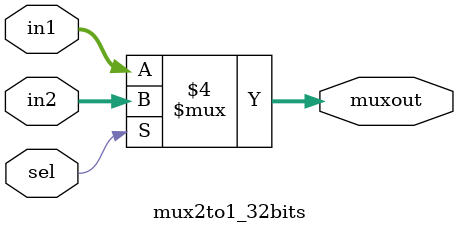
<source format=v>
`timescale 1ns / 1ps
module mux2to1_32bits(input [31:0] in1, input [31:0] in2, input sel, output reg [31:0] muxout);

always @(in1,in2,sel)
	begin
	if (sel == 0)
		muxout = in1;
	else 
		muxout = in2;
	end
	
endmodule

</source>
